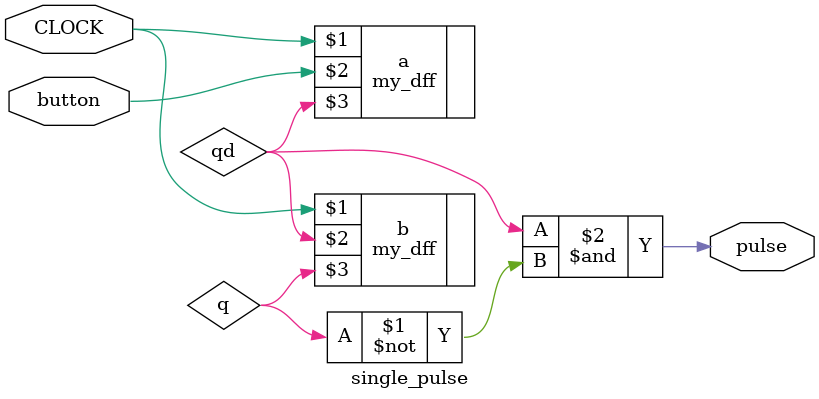
<source format=v>
`timescale 1ns / 1ps

module single_pulse(
    input CLOCK, button,
    output pulse
    );
    wire qd;
    wire q;
    my_dff a (CLOCK,button,qd);
    my_dff b (CLOCK,qd,q);
    assign pulse = qd & ~q;
endmodule
</source>
